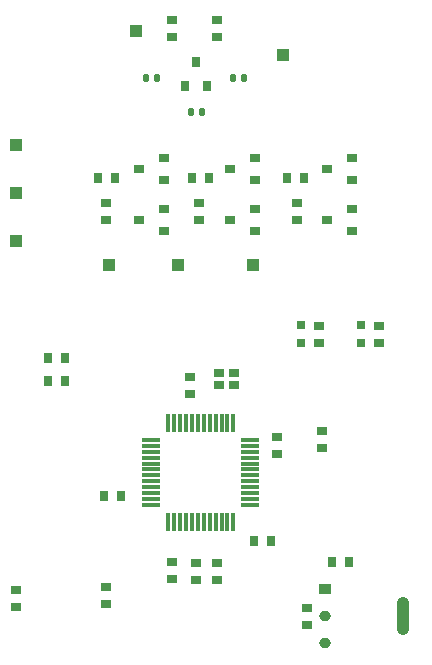
<source format=gtp>
G04*
G04 #@! TF.GenerationSoftware,Altium Limited,Altium Designer,25.3.3 (18)*
G04*
G04 Layer_Color=8421504*
%FSLAX25Y25*%
%MOIN*%
G70*
G04*
G04 #@! TF.SameCoordinates,C02AA0BD-ED60-40AF-A0AC-FC32A95D580F*
G04*
G04*
G04 #@! TF.FilePolarity,Positive*
G04*
G01*
G75*
%ADD16R,0.03937X0.03937*%
%ADD17R,0.03543X0.02559*%
%ADD18R,0.02559X0.03543*%
%ADD19R,0.03543X0.03150*%
%ADD20R,0.03150X0.03543*%
G04:AMPARAMS|DCode=21|XSize=19.29mil|YSize=23.62mil|CornerRadius=1.93mil|HoleSize=0mil|Usage=FLASHONLY|Rotation=180.000|XOffset=0mil|YOffset=0mil|HoleType=Round|Shape=RoundedRectangle|*
%AMROUNDEDRECTD21*
21,1,0.01929,0.01976,0,0,180.0*
21,1,0.01543,0.02362,0,0,180.0*
1,1,0.00386,-0.00772,0.00988*
1,1,0.00386,0.00772,0.00988*
1,1,0.00386,0.00772,-0.00988*
1,1,0.00386,-0.00772,-0.00988*
%
%ADD21ROUNDEDRECTD21*%
%ADD22R,0.03150X0.03150*%
G04:AMPARAMS|DCode=23|XSize=11.02mil|YSize=61.42mil|CornerRadius=2.76mil|HoleSize=0mil|Usage=FLASHONLY|Rotation=270.000|XOffset=0mil|YOffset=0mil|HoleType=Round|Shape=RoundedRectangle|*
%AMROUNDEDRECTD23*
21,1,0.01102,0.05591,0,0,270.0*
21,1,0.00551,0.06142,0,0,270.0*
1,1,0.00551,-0.02795,-0.00276*
1,1,0.00551,-0.02795,0.00276*
1,1,0.00551,0.02795,0.00276*
1,1,0.00551,0.02795,-0.00276*
%
%ADD23ROUNDEDRECTD23*%
G04:AMPARAMS|DCode=24|XSize=11.02mil|YSize=61.42mil|CornerRadius=2.76mil|HoleSize=0mil|Usage=FLASHONLY|Rotation=0.000|XOffset=0mil|YOffset=0mil|HoleType=Round|Shape=RoundedRectangle|*
%AMROUNDEDRECTD24*
21,1,0.01102,0.05591,0,0,0.0*
21,1,0.00551,0.06142,0,0,0.0*
1,1,0.00551,0.00276,-0.02795*
1,1,0.00551,-0.00276,-0.02795*
1,1,0.00551,-0.00276,0.02795*
1,1,0.00551,0.00276,0.02795*
%
%ADD24ROUNDEDRECTD24*%
%ADD25R,0.03465X0.03071*%
G04:AMPARAMS|DCode=26|XSize=39.54mil|YSize=125.28mil|CornerRadius=17.2mil|HoleSize=0mil|Usage=FLASHONLY|Rotation=0.000|XOffset=0mil|YOffset=0mil|HoleType=Round|Shape=RoundedRectangle|*
%AMROUNDEDRECTD26*
21,1,0.03954,0.09088,0,0,0.0*
21,1,0.00514,0.12528,0,0,0.0*
1,1,0.03440,0.00257,-0.04544*
1,1,0.03440,-0.00257,-0.04544*
1,1,0.03440,-0.00257,0.04544*
1,1,0.03440,0.00257,0.04544*
%
%ADD26ROUNDEDRECTD26*%
G04:AMPARAMS|DCode=27|XSize=39.54mil|YSize=34.34mil|CornerRadius=17.17mil|HoleSize=0mil|Usage=FLASHONLY|Rotation=0.000|XOffset=0mil|YOffset=0mil|HoleType=Round|Shape=RoundedRectangle|*
%AMROUNDEDRECTD27*
21,1,0.03954,0.00000,0,0,0.0*
21,1,0.00520,0.03434,0,0,0.0*
1,1,0.03434,0.00260,0.00000*
1,1,0.03434,-0.00260,0.00000*
1,1,0.03434,-0.00260,0.00000*
1,1,0.03434,0.00260,0.00000*
%
%ADD27ROUNDEDRECTD27*%
%ADD28R,0.03954X0.03434*%
D16*
X85000Y134000D02*
D03*
X46000Y212000D02*
D03*
X95000Y204000D02*
D03*
X60000Y134000D02*
D03*
X37000D02*
D03*
X6000Y142000D02*
D03*
Y158000D02*
D03*
Y174000D02*
D03*
D17*
X66000Y34709D02*
D03*
X73000Y34854D02*
D03*
Y29146D02*
D03*
X66000Y29000D02*
D03*
X36000Y149146D02*
D03*
Y154854D02*
D03*
X73000Y210146D02*
D03*
Y215854D02*
D03*
X58000Y215709D02*
D03*
Y210000D02*
D03*
X99622Y149146D02*
D03*
Y154854D02*
D03*
X67000Y149146D02*
D03*
Y154854D02*
D03*
X103000Y19854D02*
D03*
Y14146D02*
D03*
X108000Y73146D02*
D03*
Y78854D02*
D03*
X64000Y96854D02*
D03*
Y91146D02*
D03*
X93000Y71146D02*
D03*
Y76854D02*
D03*
X36000Y26854D02*
D03*
Y21146D02*
D03*
X6000Y20000D02*
D03*
Y25709D02*
D03*
X107000Y108000D02*
D03*
Y113709D02*
D03*
X127000Y108000D02*
D03*
Y113709D02*
D03*
X58000Y35000D02*
D03*
Y29291D02*
D03*
D18*
X38854Y163000D02*
D03*
X33146D02*
D03*
X101854D02*
D03*
X96146D02*
D03*
X70146D02*
D03*
X64437D02*
D03*
X111146Y35000D02*
D03*
X116854D02*
D03*
X22354Y103000D02*
D03*
X16646D02*
D03*
X35146Y57000D02*
D03*
X40854D02*
D03*
X90854Y42000D02*
D03*
X85146D02*
D03*
X16646Y95500D02*
D03*
X22354D02*
D03*
D19*
X117937Y162260D02*
D03*
Y169740D02*
D03*
X109669Y166000D02*
D03*
X85559Y162260D02*
D03*
Y169740D02*
D03*
X77291Y166000D02*
D03*
X55228Y162260D02*
D03*
Y169740D02*
D03*
X46961Y166000D02*
D03*
X117937Y145260D02*
D03*
Y152740D02*
D03*
X109669Y149000D02*
D03*
X85496Y145260D02*
D03*
Y152740D02*
D03*
X77228Y149000D02*
D03*
X55228Y145260D02*
D03*
Y152740D02*
D03*
X46961Y149000D02*
D03*
D20*
X62260Y193563D02*
D03*
X69740D02*
D03*
X66000Y201831D02*
D03*
D21*
X64209Y185000D02*
D03*
X67791D02*
D03*
X49209Y196500D02*
D03*
X52791D02*
D03*
X78209D02*
D03*
X81791D02*
D03*
D22*
X121000Y113953D02*
D03*
Y108047D02*
D03*
X101000Y114000D02*
D03*
Y108095D02*
D03*
D23*
X84000Y75748D02*
D03*
Y73779D02*
D03*
Y71811D02*
D03*
Y69842D02*
D03*
Y67874D02*
D03*
Y65905D02*
D03*
Y63937D02*
D03*
Y61968D02*
D03*
Y60000D02*
D03*
Y58031D02*
D03*
Y56063D02*
D03*
Y54094D02*
D03*
X51087D02*
D03*
Y56063D02*
D03*
Y58031D02*
D03*
Y60000D02*
D03*
Y61968D02*
D03*
Y63937D02*
D03*
Y65905D02*
D03*
Y67874D02*
D03*
Y69842D02*
D03*
Y71811D02*
D03*
Y73779D02*
D03*
Y75748D02*
D03*
D24*
X78370Y48465D02*
D03*
X76402D02*
D03*
X74433D02*
D03*
X72465D02*
D03*
X70496D02*
D03*
X68528D02*
D03*
X66559D02*
D03*
X64591D02*
D03*
X62622D02*
D03*
X60654D02*
D03*
X58685D02*
D03*
X56717D02*
D03*
Y81378D02*
D03*
X58685D02*
D03*
X60654D02*
D03*
X62622D02*
D03*
X64591D02*
D03*
X66559D02*
D03*
X68528D02*
D03*
X70496D02*
D03*
X72465D02*
D03*
X74433D02*
D03*
X76402D02*
D03*
X78370D02*
D03*
D25*
X78520Y94071D02*
D03*
X73480D02*
D03*
Y97929D02*
D03*
X78520D02*
D03*
D26*
X134972Y17000D02*
D03*
D27*
X109028Y7984D02*
D03*
Y17000D02*
D03*
D28*
Y26016D02*
D03*
M02*

</source>
